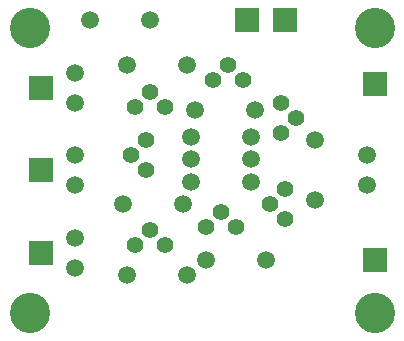
<source format=gbs>
G04 Output by ViewMate Deluxe V11.0.9  PentaLogix LLC*
G04 Sun May 11 19:20:02 2014*
%FSLAX33Y33*%
%MOMM*%
%IPPOS*%
%ADD100C,1.5113*%
%ADD101R,2.0041X2.0041*%
%ADD102C,1.4122*%
%ADD103C,3.4036*%

%LPD*%
X0Y0D2*D100*G1X8509Y28405D3*X23432Y8085D3*X27559Y13165D3*X32004Y14435D3*X32004Y16975D3*X27559Y18245D3*X22479Y20785D3*X22162Y18562D3*X22162Y16657D3*X22162Y14752D3*X11684Y6815D3*X16764Y6815D3*X18352Y8085D3*X16446Y12847D3*X17082Y14752D3*X17082Y16657D3*X17082Y18562D3*X17399Y20785D3*X16764Y24595D3*X13589Y28405D3*X11684Y24595D3*X7239Y23960D3*X7239Y21420D3*X7239Y16975D3*X7239Y14435D3*X11366Y12847D3*X7239Y9990D3*X7239Y7450D3*D101*X32639Y8085D3*X32639Y23007D3*X25019Y28405D3*X21844Y28405D3*X4382Y8720D3*X4382Y15705D3*X4382Y22690D3*D102*X24702Y18880D3*X25972Y20150D3*X24702Y21420D3*X21526Y23325D3*X20256Y24595D3*X18986Y23325D3*X14859Y21102D3*X13589Y22372D3*X12319Y21102D3*X13272Y18245D3*X12002Y16975D3*X13272Y15705D3*X12319Y9355D3*X13589Y10625D3*X14859Y9355D3*X18352Y10942D3*X19622Y12212D3*X20892Y10942D3*X25019Y14117D3*X23749Y12847D3*X25019Y11577D3*D103*X32639Y3640D3*X32639Y27770D3*X3429Y27770D3*X3429Y3640D3*X0Y0D2*M02*
</source>
